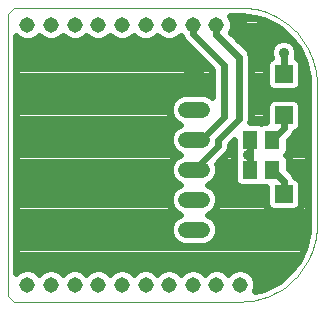
<source format=gtl>
G75*
G70*
%OFA0B0*%
%FSLAX24Y24*%
%IPPOS*%
%LPD*%
%AMOC8*
5,1,8,0,0,1.08239X$1,22.5*
%
%ADD10C,0.0000*%
%ADD11C,0.0515*%
%ADD12C,0.0520*%
%ADD13R,0.0591X0.0591*%
%ADD14R,0.0512X0.0630*%
%ADD15C,0.0240*%
%ADD16C,0.0356*%
D10*
X001606Y001227D02*
X001806Y001027D01*
X009406Y001027D01*
X009527Y001033D01*
X009648Y001044D01*
X009768Y001061D01*
X009888Y001083D01*
X010006Y001111D01*
X010122Y001145D01*
X010237Y001184D01*
X010350Y001229D01*
X010461Y001279D01*
X010569Y001334D01*
X010674Y001394D01*
X010776Y001459D01*
X010876Y001529D01*
X010971Y001604D01*
X011063Y001683D01*
X011152Y001766D01*
X011236Y001854D01*
X011316Y001945D01*
X011391Y002040D01*
X011462Y002139D01*
X011528Y002241D01*
X011589Y002346D01*
X011645Y002453D01*
X011696Y002563D01*
X011741Y002676D01*
X011782Y002790D01*
X011816Y002907D01*
X011845Y003025D01*
X011869Y003144D01*
X011887Y003264D01*
X011899Y003384D01*
X011905Y003506D01*
X011906Y003627D01*
X011906Y008227D01*
X011905Y008348D01*
X011899Y008470D01*
X011887Y008590D01*
X011869Y008710D01*
X011845Y008829D01*
X011816Y008947D01*
X011782Y009064D01*
X011741Y009178D01*
X011696Y009291D01*
X011645Y009401D01*
X011589Y009508D01*
X011528Y009613D01*
X011462Y009715D01*
X011391Y009814D01*
X011316Y009909D01*
X011236Y010000D01*
X011152Y010088D01*
X011063Y010171D01*
X010971Y010250D01*
X010876Y010325D01*
X010776Y010395D01*
X010674Y010460D01*
X010569Y010520D01*
X010461Y010575D01*
X010350Y010625D01*
X010237Y010670D01*
X010122Y010709D01*
X010006Y010743D01*
X009888Y010771D01*
X009768Y010793D01*
X009648Y010810D01*
X009527Y010821D01*
X009406Y010827D01*
X001806Y010827D01*
X001606Y010627D01*
X001606Y001227D01*
D11*
X002263Y001597D03*
X003050Y001597D03*
X003838Y001597D03*
X004625Y001597D03*
X005413Y001597D03*
X006200Y001597D03*
X006987Y001597D03*
X007775Y001597D03*
X008562Y001597D03*
X009350Y001597D03*
X009350Y010258D03*
X008562Y010258D03*
X007775Y010258D03*
X006987Y010258D03*
X006200Y010258D03*
X005413Y010258D03*
X004625Y010258D03*
X003838Y010258D03*
X003050Y010258D03*
X002263Y010258D03*
D12*
X007546Y008427D02*
X008066Y008427D01*
X008066Y007427D02*
X007546Y007427D01*
X007546Y006427D02*
X008066Y006427D01*
X008066Y005427D02*
X007546Y005427D01*
X007546Y004427D02*
X008066Y004427D01*
X008066Y003427D02*
X007546Y003427D01*
D13*
X010806Y003238D03*
X010806Y004616D03*
X010806Y007238D03*
X010806Y008616D03*
D14*
X010430Y006427D03*
X009682Y006427D03*
X009682Y005427D03*
X010430Y005427D03*
D15*
X010806Y005051D01*
X010806Y004616D01*
X011382Y004505D02*
X011626Y004505D01*
X011626Y004267D02*
X011382Y004267D01*
X011382Y004265D02*
X011382Y004967D01*
X011339Y005070D01*
X011260Y005149D01*
X011186Y005179D01*
X011145Y005278D01*
X010966Y005457D01*
X010966Y005798D01*
X010924Y005901D01*
X010897Y005927D01*
X010924Y005954D01*
X010966Y006057D01*
X010966Y006397D01*
X011145Y006577D01*
X011186Y006675D01*
X011260Y006706D01*
X011339Y006784D01*
X011382Y006887D01*
X011382Y007589D01*
X011339Y007692D01*
X011260Y007771D01*
X011157Y007814D01*
X010455Y007814D01*
X010352Y007771D01*
X010274Y007692D01*
X010231Y007589D01*
X010231Y007022D01*
X010119Y007022D01*
X010056Y006996D01*
X009994Y007022D01*
X009696Y007022D01*
X009706Y007048D01*
X009706Y007207D01*
X009706Y009257D01*
X009645Y009404D01*
X009533Y009516D01*
X009041Y010009D01*
X009100Y010151D01*
X009100Y010365D01*
X009024Y010547D01*
X009401Y010547D01*
X009655Y010528D01*
X010148Y010405D01*
X010602Y010176D01*
X010993Y009851D01*
X011302Y009447D01*
X011514Y008985D01*
X011617Y008487D01*
X011626Y008234D01*
X011626Y008231D01*
X011625Y008177D01*
X011626Y008174D01*
X011626Y003680D01*
X011625Y003677D01*
X011626Y003623D01*
X011626Y003621D01*
X011617Y003367D01*
X011514Y002869D01*
X011302Y002407D01*
X010993Y002004D01*
X010602Y001679D01*
X010148Y001449D01*
X009838Y001372D01*
X009887Y001490D01*
X009887Y001703D01*
X009805Y001901D01*
X009654Y002052D01*
X009456Y002134D01*
X009243Y002134D01*
X009045Y002052D01*
X008956Y001963D01*
X008867Y002052D01*
X008669Y002134D01*
X008455Y002134D01*
X008258Y002052D01*
X008168Y001963D01*
X008079Y002052D01*
X007882Y002134D01*
X007668Y002134D01*
X007470Y002052D01*
X007381Y001963D01*
X007292Y002052D01*
X007094Y002134D01*
X006880Y002134D01*
X006683Y002052D01*
X006594Y001963D01*
X006504Y002052D01*
X006307Y002134D01*
X006093Y002134D01*
X005896Y002052D01*
X005806Y001963D01*
X005717Y002052D01*
X005519Y002134D01*
X005306Y002134D01*
X005108Y002052D01*
X005019Y001963D01*
X004930Y002052D01*
X004732Y002134D01*
X004518Y002134D01*
X004321Y002052D01*
X004231Y001963D01*
X004142Y002052D01*
X003945Y002134D01*
X003731Y002134D01*
X003533Y002052D01*
X003444Y001963D01*
X003355Y002052D01*
X003157Y002134D01*
X002943Y002134D01*
X002746Y002052D01*
X002657Y001963D01*
X002567Y002052D01*
X002370Y002134D01*
X002156Y002134D01*
X001959Y002052D01*
X001886Y001980D01*
X001886Y009875D01*
X001959Y009802D01*
X002156Y009720D01*
X002370Y009720D01*
X002567Y009802D01*
X002657Y009892D01*
X002746Y009802D01*
X002943Y009720D01*
X003157Y009720D01*
X003355Y009802D01*
X003444Y009892D01*
X003533Y009802D01*
X003731Y009720D01*
X003945Y009720D01*
X004142Y009802D01*
X004231Y009892D01*
X004321Y009802D01*
X004518Y009720D01*
X004732Y009720D01*
X004930Y009802D01*
X005019Y009892D01*
X005108Y009802D01*
X005306Y009720D01*
X005519Y009720D01*
X005717Y009802D01*
X005806Y009892D01*
X005896Y009802D01*
X006093Y009720D01*
X006307Y009720D01*
X006504Y009802D01*
X006594Y009892D01*
X006683Y009802D01*
X006880Y009720D01*
X007094Y009720D01*
X007292Y009802D01*
X007375Y009885D01*
X007375Y009879D01*
X007436Y009732D01*
X008406Y008762D01*
X008406Y007851D01*
X008372Y007885D01*
X008174Y007967D01*
X007439Y007967D01*
X007240Y007885D01*
X007089Y007733D01*
X007006Y007535D01*
X007006Y007320D01*
X007089Y007121D01*
X007240Y006969D01*
X007342Y006927D01*
X007240Y006885D01*
X007089Y006733D01*
X007006Y006535D01*
X007006Y006320D01*
X007089Y006121D01*
X007240Y005969D01*
X007342Y005927D01*
X007240Y005885D01*
X007089Y005733D01*
X007006Y005535D01*
X007006Y005320D01*
X007089Y005121D01*
X007240Y004969D01*
X007342Y004927D01*
X007240Y004885D01*
X007089Y004733D01*
X007006Y004535D01*
X007006Y004320D01*
X007089Y004121D01*
X007240Y003969D01*
X007342Y003927D01*
X007240Y003885D01*
X007089Y003733D01*
X007006Y003535D01*
X007006Y003320D01*
X007089Y003121D01*
X007240Y002969D01*
X007439Y002887D01*
X008174Y002887D01*
X008372Y002969D01*
X008524Y003121D01*
X008606Y003320D01*
X008606Y003535D01*
X008524Y003733D01*
X008372Y003885D01*
X008270Y003927D01*
X008372Y003969D01*
X008524Y004121D01*
X008606Y004320D01*
X008606Y004535D01*
X008524Y004733D01*
X008372Y004885D01*
X008270Y004927D01*
X008372Y004969D01*
X008524Y005121D01*
X008606Y005320D01*
X008606Y005535D01*
X008569Y005624D01*
X008945Y006001D01*
X009006Y006148D01*
X009006Y006262D01*
X009146Y006402D01*
X009146Y006057D01*
X009155Y006035D01*
X009148Y006018D01*
X009148Y005836D01*
X009155Y005819D01*
X009146Y005798D01*
X009146Y005057D01*
X009189Y004954D01*
X009268Y004875D01*
X009371Y004832D01*
X009994Y004832D01*
X010056Y004858D01*
X010119Y004832D01*
X010231Y004832D01*
X010231Y004265D01*
X010274Y004162D01*
X010352Y004084D01*
X010455Y004041D01*
X011157Y004041D01*
X011260Y004084D01*
X011339Y004162D01*
X011382Y004265D01*
X011626Y004028D02*
X008431Y004028D01*
X008467Y003790D02*
X011626Y003790D01*
X011624Y003551D02*
X008599Y003551D01*
X008603Y003313D02*
X011606Y003313D01*
X011556Y003074D02*
X008477Y003074D01*
X008421Y002120D02*
X007916Y002120D01*
X007634Y002120D02*
X007128Y002120D01*
X006847Y002120D02*
X006341Y002120D01*
X006059Y002120D02*
X005553Y002120D01*
X005272Y002120D02*
X004766Y002120D01*
X004484Y002120D02*
X003979Y002120D01*
X003697Y002120D02*
X003191Y002120D01*
X002910Y002120D02*
X002404Y002120D01*
X002122Y002120D02*
X001886Y002120D01*
X001886Y002359D02*
X011265Y002359D01*
X011389Y002597D02*
X001886Y002597D01*
X001886Y002836D02*
X011498Y002836D01*
X011082Y002120D02*
X009490Y002120D01*
X009209Y002120D02*
X008703Y002120D01*
X009813Y001881D02*
X010846Y001881D01*
X010531Y001643D02*
X009887Y001643D01*
X009852Y001404D02*
X009968Y001404D01*
X007136Y003074D02*
X001886Y003074D01*
X001886Y003313D02*
X007009Y003313D01*
X007013Y003551D02*
X001886Y003551D01*
X001886Y003790D02*
X007145Y003790D01*
X007182Y004028D02*
X001886Y004028D01*
X001886Y004267D02*
X007028Y004267D01*
X007006Y004505D02*
X001886Y004505D01*
X001886Y004744D02*
X007099Y004744D01*
X007227Y004982D02*
X001886Y004982D01*
X001886Y005221D02*
X007047Y005221D01*
X007006Y005460D02*
X001886Y005460D01*
X001886Y005698D02*
X007074Y005698D01*
X007320Y005937D02*
X001886Y005937D01*
X001886Y006175D02*
X007066Y006175D01*
X007006Y006414D02*
X001886Y006414D01*
X001886Y006652D02*
X007055Y006652D01*
X007254Y006891D02*
X001886Y006891D01*
X001886Y007129D02*
X007085Y007129D01*
X007006Y007368D02*
X001886Y007368D01*
X001886Y007606D02*
X007036Y007606D01*
X007200Y007845D02*
X001886Y007845D01*
X001886Y008084D02*
X008406Y008084D01*
X008406Y008322D02*
X001886Y008322D01*
X001886Y008561D02*
X008406Y008561D01*
X008369Y008799D02*
X001886Y008799D01*
X001886Y009038D02*
X008130Y009038D01*
X007892Y009276D02*
X001886Y009276D01*
X001886Y009515D02*
X007653Y009515D01*
X007427Y009753D02*
X007174Y009753D01*
X006801Y009753D02*
X006386Y009753D01*
X006014Y009753D02*
X005599Y009753D01*
X005226Y009753D02*
X004811Y009753D01*
X004439Y009753D02*
X004024Y009753D01*
X003651Y009753D02*
X003237Y009753D01*
X002864Y009753D02*
X002449Y009753D01*
X002077Y009753D02*
X001886Y009753D01*
X007775Y009959D02*
X008806Y008927D01*
X008806Y007177D01*
X008056Y006427D01*
X007806Y006427D01*
X008606Y006427D02*
X008606Y006227D01*
X007806Y005427D01*
X008385Y004982D02*
X009177Y004982D01*
X009146Y005221D02*
X008565Y005221D01*
X008606Y005460D02*
X009146Y005460D01*
X009146Y005698D02*
X008643Y005698D01*
X008881Y005937D02*
X009148Y005937D01*
X009146Y006175D02*
X009006Y006175D01*
X008606Y006427D02*
X009306Y007127D01*
X009306Y009177D01*
X008562Y009921D01*
X008562Y010258D01*
X009057Y010469D02*
X009892Y010469D01*
X010493Y010230D02*
X009100Y010230D01*
X009057Y009992D02*
X010823Y009992D01*
X010897Y009785D02*
X010715Y009785D01*
X010547Y009716D01*
X010418Y009587D01*
X010348Y009418D01*
X010348Y009236D01*
X010380Y009160D01*
X010352Y009149D01*
X010274Y009070D01*
X010231Y008967D01*
X010231Y008265D01*
X010274Y008162D01*
X010352Y008084D01*
X010455Y008041D01*
X011157Y008041D01*
X011260Y008084D01*
X011339Y008162D01*
X011382Y008265D01*
X011382Y008967D01*
X011339Y009070D01*
X011260Y009149D01*
X011233Y009160D01*
X011264Y009236D01*
X011264Y009418D01*
X011195Y009587D01*
X011066Y009716D01*
X010897Y009785D01*
X010975Y009753D02*
X011068Y009753D01*
X011224Y009515D02*
X011250Y009515D01*
X011264Y009276D02*
X011380Y009276D01*
X011352Y009038D02*
X011489Y009038D01*
X011552Y008799D02*
X011382Y008799D01*
X011382Y008561D02*
X011602Y008561D01*
X011623Y008322D02*
X011382Y008322D01*
X011260Y008084D02*
X011626Y008084D01*
X011626Y007845D02*
X009706Y007845D01*
X009706Y007606D02*
X010238Y007606D01*
X010231Y007368D02*
X009706Y007368D01*
X009706Y007129D02*
X010231Y007129D01*
X010806Y007238D02*
X010806Y006803D01*
X010430Y006427D01*
X010982Y006414D02*
X011626Y006414D01*
X011626Y006652D02*
X011177Y006652D01*
X011382Y006891D02*
X011626Y006891D01*
X011626Y007129D02*
X011382Y007129D01*
X011382Y007368D02*
X011626Y007368D01*
X011626Y007606D02*
X011374Y007606D01*
X010352Y008084D02*
X009706Y008084D01*
X009706Y008322D02*
X010231Y008322D01*
X010231Y008561D02*
X009706Y008561D01*
X009706Y008799D02*
X010231Y008799D01*
X010260Y009038D02*
X009706Y009038D01*
X009698Y009276D02*
X010348Y009276D01*
X010388Y009515D02*
X009534Y009515D01*
X009296Y009753D02*
X010638Y009753D01*
X010806Y009327D02*
X010806Y008616D01*
X009682Y006427D02*
X009682Y005427D01*
X009682Y005851D01*
X009606Y005927D01*
X010906Y005937D02*
X011626Y005937D01*
X011626Y006175D02*
X010966Y006175D01*
X010966Y005698D02*
X011626Y005698D01*
X011626Y005460D02*
X010966Y005460D01*
X011169Y005221D02*
X011626Y005221D01*
X011626Y004982D02*
X011375Y004982D01*
X011382Y004744D02*
X011626Y004744D01*
X010231Y004744D02*
X008513Y004744D01*
X008606Y004505D02*
X010231Y004505D01*
X010231Y004267D02*
X008584Y004267D01*
X007775Y009959D02*
X007775Y010258D01*
D16*
X010806Y009327D03*
X009606Y005927D03*
M02*

</source>
